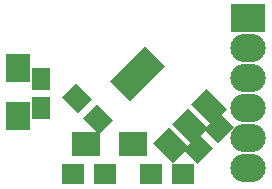
<source format=gbs>
G04 #@! TF.FileFunction,Soldermask,Bot*
%FSLAX46Y46*%
G04 Gerber Fmt 4.6, Leading zero omitted, Abs format (unit mm)*
G04 Created by KiCad (PCBNEW 4.0.6) date 10/22/17 19:33:14*
%MOMM*%
%LPD*%
G01*
G04 APERTURE LIST*
%ADD10C,0.100000*%
%ADD11R,1.650000X1.900000*%
%ADD12R,3.000000X2.400000*%
%ADD13O,3.000000X2.400000*%
%ADD14R,1.900000X1.700000*%
%ADD15R,2.400000X2.100000*%
%ADD16R,2.000000X2.400000*%
G04 APERTURE END LIST*
D10*
G36*
X136441729Y-100690998D02*
X135275002Y-99524271D01*
X136618505Y-98180768D01*
X137785232Y-99347495D01*
X136441729Y-100690998D01*
X136441729Y-100690998D01*
G37*
G36*
X138209495Y-98923232D02*
X137042768Y-97756505D01*
X138386271Y-96413002D01*
X139552998Y-97579729D01*
X138209495Y-98923232D01*
X138209495Y-98923232D01*
G37*
D11*
X123190000Y-93492000D03*
X123190000Y-95992000D03*
D10*
G36*
X124988002Y-95039729D02*
X126154729Y-93873002D01*
X127498232Y-95216505D01*
X126331505Y-96383232D01*
X124988002Y-95039729D01*
X124988002Y-95039729D01*
G37*
G36*
X126755768Y-96807495D02*
X127922495Y-95640768D01*
X129265998Y-96984271D01*
X128099271Y-98150998D01*
X126755768Y-96807495D01*
X126755768Y-96807495D01*
G37*
D12*
X140716000Y-88392000D03*
D13*
X140716000Y-90932000D03*
X140716000Y-93472000D03*
X140716000Y-96012000D03*
X140716000Y-98552000D03*
X140716000Y-101092000D03*
D14*
X132508000Y-101600000D03*
X135208000Y-101600000D03*
X125904000Y-101600000D03*
X128604000Y-101600000D03*
D15*
X131032000Y-99060000D03*
X127032000Y-99060000D03*
D10*
G36*
X133710066Y-92386218D02*
X130740218Y-95356066D01*
X129043162Y-93659010D01*
X132013010Y-90689162D01*
X133710066Y-92386218D01*
X133710066Y-92386218D01*
G37*
G36*
X137351666Y-97654163D02*
X136008163Y-98997666D01*
X134311106Y-97300609D01*
X135654609Y-95957106D01*
X137351666Y-97654163D01*
X137351666Y-97654163D01*
G37*
G36*
X135725321Y-99280509D02*
X134381818Y-100624012D01*
X132684761Y-98926955D01*
X134028264Y-97583452D01*
X135725321Y-99280509D01*
X135725321Y-99280509D01*
G37*
G36*
X138978012Y-96027818D02*
X137634509Y-97371321D01*
X135937452Y-95674264D01*
X137280955Y-94330761D01*
X138978012Y-96027818D01*
X138978012Y-96027818D01*
G37*
D16*
X121285000Y-92615000D03*
X121285000Y-96615000D03*
M02*

</source>
